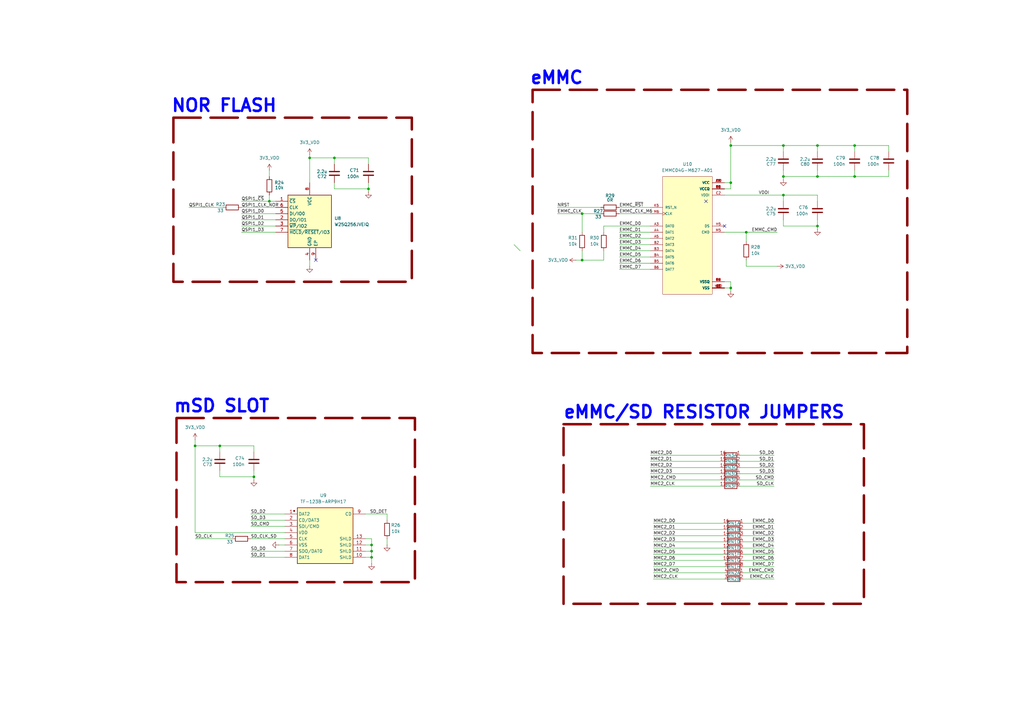
<source format=kicad_sch>
(kicad_sch (version 20250114) (generator "eeschema") (generator_version "9.0")
  (paper "A3")
  (title_block (title "ThingsCore-1") (date "2025-07-17") (rev "1"))
  (lib_symbols
    (symbol "Device:C" (pin_numbers (hide yes)) (pin_names (offset 0.254))
      (property "Reference" "C" (at 0.635 2.54 0))
      (property "Value" "C" (at 0.635 -2.54 0))
      (symbol "C_0_1"
        (polyline (pts (xy -2.032 0.762) (xy 2.032 0.762)) (stroke (width 0.508)))
        (polyline (pts (xy -2.032 -0.762) (xy 2.032 -0.762)) (stroke (width 0.508)))
      )
      (symbol "C_1_1"
        (pin passive line (at 0 3.81 270) (length 2.794) (name "~") (number "1"))
        (pin passive line (at 0 -3.81 90) (length 2.794) (name "~") (number "2"))
      )
    )
    (symbol "Device:R" (pin_numbers (hide yes)) (pin_names (offset 0))
      (property "Reference" "R" (at 2.032 0 90))
      (property "Value" "R" (at 0 0 90))
      (symbol "R_0_1"
        (rectangle (start -1.016 -2.54) (end 1.016 2.54) (stroke (width 0.254)))
      )
      (symbol "R_1_1"
        (pin passive line (at 0 3.81 270) (length 1.27) (name "~") (number "1"))
        (pin passive line (at 0 -3.81 90) (length 1.27) (name "~") (number "2"))
      )
    )
    (symbol "Device:R_Pack02_Split" (pin_names (offset 0) (hide yes))
      (property "Reference" "RN" (at 2.032 0 90))
      (property "Value" "R_Pack02_Split" (at 0 0 90))
      (symbol "R_Pack02_Split_0_1"
        (rectangle (start 1.016 2.54) (end -1.016 -2.54) (stroke (width 0.254)))
      )
      (symbol "R_Pack02_Split_1_1"
        (pin passive line (at 0 3.81 270) (length 1.27) (name "R1.2") (number "4"))
        (pin passive line (at 0 -3.81 90) (length 1.27) (name "R1.1") (number "1"))
      )
      (symbol "R_Pack02_Split_2_1"
        (pin passive line (at 0 3.81 270) (length 1.27) (name "R2.2") (number "3"))
        (pin passive line (at 0 -3.81 90) (length 1.27) (name "R2.1") (number "2"))
      )
    )
    (symbol "Device:R_Pack08_Split" (pin_names (offset 0) (hide yes))
      (property "Reference" "RN" (at 2.032 0 90))
      (property "Value" "R_Pack08_Split" (at 0 0 90))
      (symbol "R_Pack08_Split_0_1"
        (rectangle (start 1.016 2.54) (end -1.016 -2.54) (stroke (width 0.254)))
      )
      (symbol "R_Pack08_Split_1_1"
        (pin passive line (at 0 3.81 270) (length 1.27) (name "R1.2") (number "16"))
        (pin passive line (at 0 -3.81 90) (length 1.27) (name "R1.1") (number "1"))
      )
      (symbol "R_Pack08_Split_2_1"
        (pin passive line (at 0 3.81 270) (length 1.27) (name "R2.2") (number "15"))
        (pin passive line (at 0 -3.81 90) (length 1.27) (name "R2.1") (number "2"))
      )
      (symbol "R_Pack08_Split_3_1"
        (pin passive line (at 0 3.81 270) (length 1.27) (name "R3.2") (number "14"))
        (pin passive line (at 0 -3.81 90) (length 1.27) (name "R3.1") (number "3"))
      )
      (symbol "R_Pack08_Split_4_1"
        (pin passive line (at 0 3.81 270) (length 1.27) (name "R4.2") (number "13"))
        (pin passive line (at 0 -3.81 90) (length 1.27) (name "R4.1") (number "4"))
      )
      (symbol "R_Pack08_Split_5_1"
        (pin passive line (at 0 3.81 270) (length 1.27) (name "R5.2") (number "12"))
        (pin passive line (at 0 -3.81 90) (length 1.27) (name "R5.1") (number "5"))
      )
      (symbol "R_Pack08_Split_6_1"
        (pin passive line (at 0 3.81 270) (length 1.27) (name "R6.2") (number "11"))
        (pin passive line (at 0 -3.81 90) (length 1.27) (name "R6.1") (number "6"))
      )
      (symbol "R_Pack08_Split_7_1"
        (pin passive line (at 0 3.81 270) (length 1.27) (name "R7.2") (number "10"))
        (pin passive line (at 0 -3.81 90) (length 1.27) (name "R7.1") (number "7"))
      )
      (symbol "R_Pack08_Split_8_1"
        (pin passive line (at 0 3.81 270) (length 1.27) (name "R8.2") (number "9"))
        (pin passive line (at 0 -3.81 90) (length 1.27) (name "R8.1") (number "8"))
      )
    )
    (symbol "ThingsCore-1:EMMC04G-M627-A01" (pin_names (offset 1.016))
      (property "Reference" "U" (at -10.1666 25.4165 0))
      (property "Value" "EMMC04G-M627-A01" (at -10.162 -25.405 0))
      (symbol "EMMC04G-M627-A01_0_0"
        (rectangle (start -10.16 -22.86) (end 10.16 25.4) (stroke (width 0.127)) (fill (type background)))
        (pin input line (at -15.24 12.7 0) (length 5.08) (name "RST_N") (number "K5"))
        (pin input clock (at -15.24 10.16 0) (length 5.08) (name "CLK") (number "M6"))
        (pin bidirectional line (at -15.24 5.08 0) (length 5.08) (name "DAT0") (number "A3"))
        (pin bidirectional line (at -15.24 2.54 0) (length 5.08) (name "DAT1") (number "A4"))
        (pin bidirectional line (at -15.24 0 0) (length 5.08) (name "DAT2") (number "A5"))
        (pin bidirectional line (at -15.24 -2.54 0) (length 5.08) (name "DAT3") (number "B2"))
        (pin bidirectional line (at -15.24 -5.08 0) (length 5.08) (name "DAT4") (number "B3"))
        (pin bidirectional line (at -15.24 -7.62 0) (length 5.08) (name "DAT5") (number "B4"))
        (pin bidirectional line (at -15.24 -10.16 0) (length 5.08) (name "DAT6") (number "B5"))
        (pin bidirectional line (at -15.24 -12.7 0) (length 5.08) (name "DAT7") (number "B6"))
        (pin power_in line (at 15.24 22.86 180) (length 5.08) (name "VCC") (number "E6"))
        (pin power_in line (at 15.24 22.86 180) (length 5.08) (name "VCC") (number "F5"))
        (pin power_in line (at 15.24 22.86 180) (length 5.08) (name "VCC") (number "J10"))
        (pin power_in line (at 15.24 22.86 180) (length 5.08) (name "VCC") (number "K9"))
        (pin power_in line (at 15.24 20.32 180) (length 5.08) (name "VCCQ") (number "C6"))
        (pin power_in line (at 15.24 20.32 180) (length 5.08) (name "VCCQ") (number "M4"))
        (pin power_in line (at 15.24 20.32 180) (length 5.08) (name "VCCQ") (number "N4"))
        (pin power_in line (at 15.24 20.32 180) (length 5.08) (name "VCCQ") (number "P3"))
        (pin power_in line (at 15.24 20.32 180) (length 5.08) (name "VCCQ") (number "P5"))
        (pin power_in line (at 15.24 17.78 180) (length 5.08) (name "VDDI") (number "C2"))
        (pin bidirectional line (at 15.24 5.08 180) (length 5.08) (name "DS") (number "H5"))
        (pin bidirectional line (at 15.24 2.54 180) (length 5.08) (name "CMD") (number "M5"))
        (pin power_in line (at 15.24 -17.78 180) (length 5.08) (name "VSSQ") (number "C4"))
        (pin power_in line (at 15.24 -17.78 180) (length 5.08) (name "VSSQ") (number "N2"))
        (pin power_in line (at 15.24 -17.78 180) (length 5.08) (name "VSSQ") (number "N5"))
        (pin power_in line (at 15.24 -17.78 180) (length 5.08) (name "VSSQ") (number "P4"))
        (pin power_in line (at 15.24 -17.78 180) (length 5.08) (name "VSSQ") (number "P6"))
        (pin power_in line (at 15.24 -20.32 180) (length 5.08) (name "VSS") (number "A6"))
        (pin power_in line (at 15.24 -20.32 180) (length 5.08) (name "VSS") (number "E7"))
        (pin power_in line (at 15.24 -20.32 180) (length 5.08) (name "VSS") (number "G5"))
        (pin power_in line (at 15.24 -20.32 180) (length 5.08) (name "VSS") (number "H10"))
        (pin power_in line (at 15.24 -20.32 180) (length 5.08) (name "VSS") (number "J5"))
        (pin power_in line (at 15.24 -20.32 180) (length 5.08) (name "VSS") (number "K8"))
      )
    )
    (symbol "ThingsCore-1:TF-123B-ARP9H17"
      (property "Reference" "U9" (at -0.762 27.94 0))
      (property "Value" "TF-123B-ARP9H17" (at -0.762 25.4 0))
      (symbol "TF-123B-ARP9H17_0_0"
        (circle (center -12.7 21.59) (radius 0.254) (stroke (width 0.254)) (fill (type outline)))
        (pin unspecified line (at -16.51 20.32 0) (length 5.08) (name "DAT2") (number "1"))
        (pin unspecified line (at -16.51 17.78 0) (length 5.08) (name "CD/DAT3") (number "2"))
        (pin unspecified line (at -16.51 12.7 0) (length 5.08) (name "VDD") (number "4"))
        (pin unspecified line (at -16.51 10.16 0) (length 5.08) (name "CLK") (number "5"))
        (pin unspecified line (at -16.51 7.62 0) (length 5.08) (name "VSS") (number "6"))
        (pin unspecified line (at -16.51 2.54 0) (length 5.08) (name "DAT1") (number "8"))
        (pin unspecified line (at 16.51 7.62 180) (length 5.08) (name "SHLD") (number "12"))
        (pin unspecified line (at 16.51 5.08 180) (length 5.08) (name "SHLD") (number "11"))
        (pin unspecified line (at 16.51 2.54 180) (length 5.08) (name "SHLD") (number "10"))
      )
      (symbol "TF-123B-ARP9H17_1_0"
        (rectangle (start -11.43 22.86) (end 11.43 0) (stroke (width 0.254)) (fill (type background)))
        (pin unspecified line (at -16.51 15.24 0) (length 5.08) (name "SDI/CMD") (number "3"))
        (pin unspecified line (at -16.51 5.08 0) (length 5.08) (name "SDO/DAT0") (number "7"))
        (pin unspecified line (at 16.51 20.32 180) (length 5.08) (name "CD") (number "9"))
        (pin unspecified line (at 16.51 10.16 180) (length 5.08) (name "SHLD") (number "13"))
      )
    )
    (symbol "ThingsCore-1:W25Q256JVEIQ"
      (property "Reference" "U" (at 16.51 26.67 0))
      (property "Value" "W25Q256JVEIQ" (at 16.51 24.13 0))
      (symbol "W25Q256JVEIQ_1_1"
        (rectangle (start 0 21.59) (end 17.78 0) (stroke (width 0.254)) (fill (type background)))
        (pin passive line (at -5.08 19.05 0) (length 5.08) (name "~{CS}") (number "1"))
        (pin passive line (at -5.08 16.51 0) (length 5.08) (name "CLK") (number "6"))
        (pin passive line (at -5.08 13.97 0) (length 5.08) (name "DI/IO0") (number "5"))
        (pin passive line (at -5.08 11.43 0) (length 5.08) (name "DO/IO1") (number "2"))
        (pin passive line (at -5.08 8.89 0) (length 5.08) (name "~{WP}/IO2") (number "3"))
        (pin passive line (at -5.08 6.35 0) (length 5.08) (name "~{HOLD}/~{RESET}/IO3") (number "7"))
        (pin passive line (at 8.89 26.67 270) (length 5.08) (name "VCC") (number "8"))
        (pin passive line (at 8.89 -5.08 90) (length 5.08) (name "GND") (number "4"))
        (pin passive line (at 11.43 -5.08 90) (length 5.08) (name "EP") (number "9"))
      )
    )
    (symbol "power:+1V0" (power) (pin_numbers (hide yes)) (pin_names (offset 0) (hide yes))
      (property "Value" "+1V0" (at 0 3.556 0))
      (symbol "+1V0_0_1"
        (polyline (pts (xy -0.762 1.27) (xy 0 2.54)))
        (polyline (pts (xy 0 2.54) (xy 0.762 1.27)))
        (polyline (pts (xy 0 0) (xy 0 2.54)))
      )
      (symbol "+1V0_1_1"
        (pin power_in line (at 0 0 90) (length 0) (name "~") (number "1"))
      )
    )
    (symbol "power:GND" (power) (pin_numbers (hide yes)) (pin_names (offset 0) (hide yes))
      (property "Value" "GND" (at 0 -3.81 0))
      (symbol "GND_0_1"
        (polyline (pts (xy 0 0) (xy 0 -1.27) (xy 1.27 -1.27) (xy 0 -2.54) (xy -1.27 -1.27) (xy 0 -1.27)))
      )
      (symbol "GND_1_1"
        (pin power_in line (at 0 0 270) (length 0) (name "~") (number "1"))
      )
    )
  )
  (rectangle (start 231.14 173.99) (end 354.33 247.65) (stroke (width 1.016) (type dash) (color 132 0 0 1)))
  (rectangle (start 218.44 36.83) (end 372.11 144.78) (stroke (width 1.016) (type dash) (color 132 0 0 1)))
  (rectangle (start 71.12 48.26) (end 168.91 115.57) (stroke (width 1.016) (type dash) (color 132 0 0 1)))
  (rectangle (start 72.39 171.45) (end 170.18 238.76) (stroke (width 1.016) (type dash) (color 132 0 0 1)))
  (text "mSD SLOT" (at 90.932 166.624 0) (effects (font (size 5.08 5.08) (thickness 1.016) (bold yes))))
  (text "NOR FLASH\n" (at 91.948 43.434 0) (effects (font (size 5.08 5.08) (thickness 1.016) (bold yes))))
  (text "eMMC/SD RESISTOR JUMPERS" (at 288.798 169.164 0) (effects (font (size 5.08 5.08) (thickness 1.016) (bold yes))))
  (text "eMMC" (at 228.346 32.004 0) (effects (font (size 5.08 5.08) (thickness 1.016) (bold yes))))
  (junction (at 137.16 64.77))
  (junction (at 299.72 74.93))
  (junction (at 299.72 59.69))
  (junction (at 90.17 182.88))
  (junction (at 151.13 77.47))
  (junction (at 299.72 118.11))
  (junction (at 80.01 182.88))
  (junction (at 350.52 72.39))
  (junction (at 152.4 226.06))
  (junction (at 306.07 95.25))
  (junction (at 238.76 87.63))
  (junction (at 321.31 72.39))
  (junction (at 152.4 223.52))
  (junction (at 110.49 82.55))
  (junction (at 127 64.77))
  (junction (at 321.31 80.01))
  (junction (at 335.28 92.71))
  (junction (at 321.31 59.69))
  (junction (at 238.76 106.68))
  (junction (at 335.28 59.69))
  (junction (at 152.4 228.6))
  (junction (at 350.52 59.69))
  (junction (at 335.28 72.39))
  (junction (at 104.14 195.58))
  (no_connect (at 289.56 82.55))
  (no_connect (at 297.18 92.71))
  (no_connect (at 129.54 106.68))
  (bus_entry (at 210.82 100.33) (size 2.54 2.54))
  (wire (pts (xy 335.28 80.01) (xy 335.28 82.55)))
  (wire (pts (xy 317.5 232.41) (xy 304.8 232.41)))
  (wire (pts (xy 152.4 223.52) (xy 152.4 226.06)))
  (wire (pts (xy 149.86 220.98) (xy 152.4 220.98)))
  (wire (pts (xy 317.5 229.87) (xy 304.8 229.87)))
  (wire (pts (xy 247.65 92.71) (xy 247.65 95.25)))
  (wire (pts (xy 99.06 82.55) (xy 110.49 82.55)))
  (wire (pts (xy 317.5 219.71) (xy 304.8 219.71)))
  (wire (pts (xy 90.17 195.58) (xy 104.14 195.58)))
  (wire (pts (xy 102.87 215.9) (xy 116.84 215.9)))
  (wire (pts (xy 127 106.68) (xy 127 109.22)))
  (wire (pts (xy 317.5 191.77) (xy 303.53 191.77)))
  (wire (pts (xy 267.97 237.49) (xy 297.18 237.49)))
  (wire (pts (xy 99.06 90.17) (xy 113.03 90.17)))
  (wire (pts (xy 110.49 69.85) (xy 110.49 72.39)))
  (wire (pts (xy 335.28 72.39) (xy 350.52 72.39)))
  (wire (pts (xy 304.8 234.95) (xy 317.5 234.95)))
  (wire (pts (xy 254 87.63) (xy 266.7 87.63)))
  (wire (pts (xy 317.5 199.39) (xy 303.53 199.39)))
  (wire (pts (xy 152.4 220.98) (xy 152.4 223.52)))
  (wire (pts (xy 267.97 224.79) (xy 297.18 224.79)))
  (wire (pts (xy 238.76 102.87) (xy 238.76 106.68)))
  (wire (pts (xy 152.4 226.06) (xy 152.4 228.6)))
  (wire (pts (xy 254 97.79) (xy 266.7 97.79)))
  (wire (pts (xy 306.07 95.25) (xy 306.07 99.06)))
  (wire (pts (xy 266.7 199.39) (xy 295.91 199.39)))
  (wire (pts (xy 80.01 182.88) (xy 90.17 182.88)))
  (wire (pts (xy 317.5 214.63) (xy 304.8 214.63)))
  (wire (pts (xy 266.7 196.85) (xy 295.91 196.85)))
  (wire (pts (xy 127 64.77) (xy 127 74.93)))
  (wire (pts (xy 317.5 222.25) (xy 304.8 222.25)))
  (wire (pts (xy 299.72 74.93) (xy 299.72 59.69)))
  (wire (pts (xy 110.49 82.55) (xy 113.03 82.55)))
  (wire (pts (xy 99.06 87.63) (xy 113.03 87.63)))
  (wire (pts (xy 266.7 194.31) (xy 295.91 194.31)))
  (wire (pts (xy 99.06 92.71) (xy 113.03 92.71)))
  (wire (pts (xy 304.8 237.49) (xy 317.5 237.49)))
  (wire (pts (xy 254 102.87) (xy 266.7 102.87)))
  (wire (pts (xy 364.49 72.39) (xy 350.52 72.39)))
  (wire (pts (xy 321.31 92.71) (xy 335.28 92.71)))
  (wire (pts (xy 137.16 77.47) (xy 151.13 77.47)))
  (wire (pts (xy 350.52 59.69) (xy 350.52 62.23)))
  (wire (pts (xy 321.31 72.39) (xy 335.28 72.39)))
  (wire (pts (xy 321.31 90.17) (xy 321.31 92.71)))
  (wire (pts (xy 80.01 180.34) (xy 80.01 182.88)))
  (wire (pts (xy 102.87 213.36) (xy 116.84 213.36)))
  (wire (pts (xy 266.7 191.77) (xy 295.91 191.77)))
  (wire (pts (xy 238.76 87.63) (xy 238.76 95.25)))
  (wire (pts (xy 247.65 106.68) (xy 238.76 106.68)))
  (wire (pts (xy 321.31 69.85) (xy 321.31 72.39)))
  (wire (pts (xy 350.52 69.85) (xy 350.52 72.39)))
  (wire (pts (xy 254 100.33) (xy 266.7 100.33)))
  (wire (pts (xy 90.17 182.88) (xy 104.14 182.88)))
  (wire (pts (xy 238.76 87.63) (xy 246.38 87.63)))
  (wire (pts (xy 317.5 186.69) (xy 303.53 186.69)))
  (wire (pts (xy 102.87 226.06) (xy 116.84 226.06)))
  (wire (pts (xy 317.5 227.33) (xy 304.8 227.33)))
  (wire (pts (xy 317.5 189.23) (xy 303.53 189.23)))
  (wire (pts (xy 90.17 193.04) (xy 90.17 195.58)))
  (wire (pts (xy 267.97 217.17) (xy 297.18 217.17)))
  (wire (pts (xy 321.31 80.01) (xy 335.28 80.01)))
  (wire (pts (xy 299.72 58.42) (xy 299.72 59.69)))
  (wire (pts (xy 321.31 59.69) (xy 335.28 59.69)))
  (wire (pts (xy 266.7 189.23) (xy 295.91 189.23)))
  (wire (pts (xy 297.18 95.25) (xy 306.07 95.25)))
  (wire (pts (xy 335.28 59.69) (xy 335.28 62.23)))
  (wire (pts (xy 297.18 118.11) (xy 299.72 118.11)))
  (wire (pts (xy 267.97 219.71) (xy 297.18 219.71)))
  (wire (pts (xy 321.31 59.69) (xy 321.31 62.23)))
  (wire (pts (xy 299.72 118.11) (xy 299.72 119.38)))
  (wire (pts (xy 80.01 220.98) (xy 95.25 220.98)))
  (wire (pts (xy 317.5 194.31) (xy 303.53 194.31)))
  (wire (pts (xy 127 63.5) (xy 127 64.77)))
  (wire (pts (xy 335.28 69.85) (xy 335.28 72.39)))
  (wire (pts (xy 350.52 59.69) (xy 364.49 59.69)))
  (wire (pts (xy 266.7 186.69) (xy 295.91 186.69)))
  (wire (pts (xy 267.97 214.63) (xy 297.18 214.63)))
  (wire (pts (xy 364.49 59.69) (xy 364.49 62.23)))
  (wire (pts (xy 127 64.77) (xy 137.16 64.77)))
  (wire (pts (xy 267.97 222.25) (xy 297.18 222.25)))
  (wire (pts (xy 102.87 220.98) (xy 116.84 220.98)))
  (wire (pts (xy 306.07 106.68) (xy 306.07 109.22)))
  (wire (pts (xy 149.86 226.06) (xy 152.4 226.06)))
  (wire (pts (xy 104.14 193.04) (xy 104.14 195.58)))
  (wire (pts (xy 317.5 224.79) (xy 304.8 224.79)))
  (wire (pts (xy 102.87 228.6) (xy 116.84 228.6)))
  (wire (pts (xy 267.97 229.87) (xy 297.18 229.87)))
  (wire (pts (xy 306.07 95.25) (xy 318.77 95.25)))
  (wire (pts (xy 102.87 210.82) (xy 116.84 210.82)))
  (wire (pts (xy 317.5 196.85) (xy 303.53 196.85)))
  (wire (pts (xy 137.16 64.77) (xy 137.16 67.31)))
  (wire (pts (xy 299.72 59.69) (xy 321.31 59.69)))
  (wire (pts (xy 335.28 59.69) (xy 350.52 59.69)))
  (wire (pts (xy 238.76 106.68) (xy 236.22 106.68)))
  (wire (pts (xy 90.17 182.88) (xy 90.17 185.42)))
  (wire (pts (xy 158.75 210.82) (xy 158.75 213.36)))
  (wire (pts (xy 297.18 80.01) (xy 321.31 80.01)))
  (wire (pts (xy 321.31 73.66) (xy 321.31 72.39)))
  (wire (pts (xy 137.16 64.77) (xy 151.13 64.77)))
  (wire (pts (xy 254 95.25) (xy 266.7 95.25)))
  (wire (pts (xy 151.13 64.77) (xy 151.13 67.31)))
  (wire (pts (xy 80.01 218.44) (xy 116.84 218.44)))
  (wire (pts (xy 149.86 223.52) (xy 152.4 223.52)))
  (wire (pts (xy 254 105.41) (xy 266.7 105.41)))
  (wire (pts (xy 247.65 92.71) (xy 266.7 92.71)))
  (wire (pts (xy 158.75 220.98) (xy 158.75 223.52)))
  (wire (pts (xy 321.31 80.01) (xy 321.31 82.55)))
  (wire (pts (xy 228.6 85.09) (xy 246.38 85.09)))
  (wire (pts (xy 99.06 95.25) (xy 113.03 95.25)))
  (wire (pts (xy 317.5 217.17) (xy 304.8 217.17)))
  (wire (pts (xy 299.72 77.47) (xy 299.72 74.93)))
  (wire (pts (xy 152.4 228.6) (xy 152.4 231.14)))
  (wire (pts (xy 80.01 182.88) (xy 80.01 218.44)))
  (wire (pts (xy 151.13 78.74) (xy 151.13 77.47)))
  (wire (pts (xy 297.18 77.47) (xy 299.72 77.47)))
  (wire (pts (xy 151.13 74.93) (xy 151.13 77.47)))
  (wire (pts (xy 267.97 232.41) (xy 297.18 232.41)))
  (wire (pts (xy 137.16 74.93) (xy 137.16 77.47)))
  (wire (pts (xy 299.72 118.11) (xy 299.72 115.57)))
  (wire (pts (xy 297.18 115.57) (xy 299.72 115.57)))
  (wire (pts (xy 247.65 102.87) (xy 247.65 106.68)))
  (wire (pts (xy 254 110.49) (xy 266.7 110.49)))
  (wire (pts (xy 335.28 90.17) (xy 335.28 92.71)))
  (wire (pts (xy 254 85.09) (xy 266.7 85.09)))
  (wire (pts (xy 99.06 85.09) (xy 113.03 85.09)))
  (wire (pts (xy 149.86 228.6) (xy 152.4 228.6)))
  (wire (pts (xy 335.28 93.98) (xy 335.28 92.71)))
  (wire (pts (xy 254 107.95) (xy 266.7 107.95)))
  (wire (pts (xy 267.97 234.95) (xy 297.18 234.95)))
  (wire (pts (xy 149.86 210.82) (xy 158.75 210.82)))
  (wire (pts (xy 306.07 109.22) (xy 318.77 109.22)))
  (wire (pts (xy 104.14 182.88) (xy 104.14 185.42)))
  (wire (pts (xy 267.97 227.33) (xy 297.18 227.33)))
  (wire (pts (xy 114.3 223.52) (xy 116.84 223.52)))
  (wire (pts (xy 364.49 69.85) (xy 364.49 72.39)))
  (wire (pts (xy 104.14 196.85) (xy 104.14 195.58)))
  (wire (pts (xy 228.6 87.63) (xy 238.76 87.63)))
  (wire (pts (xy 110.49 80.01) (xy 110.49 82.55)))
  (wire (pts (xy 297.18 74.93) (xy 299.72 74.93)))
  (wire (pts (xy 77.47 85.09) (xy 91.44 85.09)))
  (label "QSPI1_CLK" (at 77.47 85.09 0))
  (label "EMMC_D7" (at 254 110.49 0))
  (label "SD_D2" (at 102.87 210.82 0))
  (label "EMMC_D4" (at 317.5 224.79 180))
  (label "SD_D3" (at 317.5 194.31 180))
  (label "SD_D0" (at 317.5 186.69 180))
  (label "SD_D0" (at 102.87 226.06 0))
  (label "SD_CLK" (at 80.01 220.98 0))
  (label "SD_D1" (at 317.5 189.23 180))
  (label "QSPI1_~{CS}" (at 99.06 82.55 0))
  (label "QSPI1_D2" (at 99.06 92.71 0))
  (label "EMMC_CLK" (at 228.6 87.63 0))
  (label "SD_CMD" (at 317.5 196.85 180))
  (label "MMC2_D3" (at 267.97 222.25 0))
  (label "EMMC_D1" (at 254 95.25 0))
  (label "EMMC_D0" (at 317.5 214.63 180))
  (label "EMMC_CLK" (at 317.5 237.49 180))
  (label "MMC2_D0" (at 267.97 214.63 0))
  (label "SD_DET" (at 158.75 210.82 180))
  (label "QSPI1_D1" (at 99.06 90.17 0))
  (label "MMC2_D4" (at 267.97 224.79 0))
  (label "EMMC_~{RST}" (at 254 85.09 0))
  (label "MMC2_D7" (at 267.97 232.41 0))
  (label "MMC2_D0" (at 266.7 186.69 0))
  (label "QSPI1_D0" (at 99.06 87.63 0))
  (label "MMC2_D2" (at 267.97 219.71 0))
  (label "MMC2_CMD" (at 266.7 196.85 0))
  (label "NRST" (at 228.6 85.09 0))
  (label "EMMC_D5" (at 254 105.41 0))
  (label "MMC2_CMD" (at 267.97 234.95 0))
  (label "EMMC_CMD" (at 318.77 95.25 180))
  (label "SD_D2" (at 317.5 191.77 180))
  (label "MMC2_CLK" (at 266.7 199.39 0))
  (label "MMC2_D6" (at 267.97 229.87 0))
  (label "EMMC_D6" (at 254 107.95 0))
  (label "QSPI1_D3" (at 99.06 95.25 0))
  (label "SD_CLK_SD" (at 102.87 220.98 0))
  (label "EMMC_D1" (at 317.5 217.17 180))
  (label "SD_D3" (at 102.87 213.36 0))
  (label "EMMC_D3" (at 254 100.33 0))
  (label "EMMC_CLK_M6" (at 254 87.63 0))
  (label "QSPI1_CLK_NOR" (at 99.06 85.09 0))
  (label "EMMC_D2" (at 317.5 219.71 180))
  (label "EMMC_D2" (at 254 97.79 0))
  (label "MMC2_D5" (at 267.97 227.33 0))
  (label "VDDI" (at 311.15 80.01 0))
  (label "EMMC_D0" (at 254 92.71 0))
  (label "EMMC_D3" (at 317.5 222.25 180))
  (label "MMC2_CLK" (at 267.97 237.49 0))
  (label "EMMC_D7" (at 317.5 232.41 180))
  (label "EMMC_D4" (at 254 102.87 0))
  (label "SD_CMD" (at 102.87 215.9 0))
  (label "EMMC_D5" (at 317.5 227.33 180))
  (label "EMMC_CMD" (at 317.5 234.95 180))
  (label "MMC2_D3" (at 266.7 194.31 0))
  (label "MMC2_D2" (at 266.7 191.77 0))
  (label "MMC2_D1" (at 266.7 189.23 0))
  (label "MMC2_D1" (at 267.97 217.17 0))
  (label "SD_CLK" (at 317.5 199.39 180))
  (label "EMMC_D6" (at 317.5 229.87 180))
  (label "SD_D1" (at 102.87 228.6 0))
  (symbol (lib_id "power:+1V0") (at 236.22 106.68 90) (unit 1)
    (property "Reference" "#PWR089" (effects (hide yes)))
    (property "Value" "3V3_VDD" (at 228.854 106.68 90))
    (property "Description" "Power symbol creates a global label with name \"+1V0\"" (effects (hide yes)))
  )
  (symbol (lib_id "Device:R_Pack08_Split") (at 299.72 191.77 90) (unit 3)
    (property "Reference" "RN3" (at 299.72 191.77 90))
    (property "Value" "R_Pack08_Split" (effects (hide yes)))
    (property "Footprint" "ThingsCore-1:RESCAXS50P400X160X55-16N" (effects (hide yes)))
    (property "Description" "8 resistor network, parallel topology, split" (effects (hide yes)))
  )
  (symbol (lib_id "Device:C") (at 364.49 66.04 0) (mirror x) (unit 1)
    (property "Reference" "C78" (at 360.68 64.7699 0) (effects (justify right)))
    (property "Value" "100n" (at 360.68 67.3099 0) (effects (justify right)))
    (property "Footprint" "Capacitor_SMD:C_0402_1005Metric" (effects (hide yes)))
    (property "Description" "Unpolarized capacitor" (effects (hide yes)))
  )
  (symbol (lib_id "power:+1V0") (at 299.72 58.42 0) (mirror y) (unit 1)
    (property "Reference" "#PWR087" (effects (hide yes)))
    (property "Value" "3V3_VDD" (at 299.72 53.34 0))
    (property "Description" "Power symbol creates a global label with name \"+1V0\"" (effects (hide yes)))
  )
  (symbol (lib_id "power:GND") (at 335.28 93.98 0) (unit 1)
    (property "Reference" "#PWR085" (effects (hide yes)))
    (property "Value" "GND" (effects (hide yes)))
    (property "Description" "Power symbol creates a global label with name \"GND\" , ground" (effects (hide yes)))
  )
  (symbol (lib_id "power:GND") (at 321.31 73.66 0) (unit 1)
    (property "Reference" "#PWR086" (effects (hide yes)))
    (property "Value" "GND" (effects (hide yes)))
    (property "Description" "Power symbol creates a global label with name \"GND\" , ground" (effects (hide yes)))
  )
  (symbol (lib_id "Device:C") (at 335.28 66.04 0) (unit 1)
    (property "Reference" "C80" (at 330.2 67.31 0))
    (property "Value" "2.2u" (at 330.2 65.278 0))
    (property "Footprint" "Capacitor_SMD:C_0402_1005Metric" (effects (hide yes)))
    (property "Description" "Unpolarized capacitor" (effects (hide yes)))
  )
  (symbol (lib_id "power:+1V0") (at 127 63.5 0) (unit 1)
    (property "Reference" "#PWR075" (effects (hide yes)))
    (property "Value" "3V3_VDD" (at 127 58.42 0))
    (property "Description" "Power symbol creates a global label with name \"+1V0\"" (effects (hide yes)))
  )
  (symbol (lib_id "Device:R_Pack02_Split") (at 300.99 234.95 90) (unit 1)
    (property "Reference" "RN2" (at 300.99 234.95 90))
    (property "Value" "R_Pack02_Split" (effects (hide yes)))
    (property "Footprint" "Resistor_SMD:R_Array_Convex_2x0402" (effects (hide yes)))
    (property "Description" "2 resistor network, parallel topology, split" (effects (hide yes)))
  )
  (symbol (lib_id "power:GND") (at 158.75 223.52 0) (unit 1)
    (property "Reference" "#PWR083" (effects (hide yes)))
    (property "Value" "GND" (effects (hide yes)))
    (property "Description" "Power symbol creates a global label with name \"GND\" , ground" (effects (hide yes)))
  )
  (symbol (lib_id "Device:R_Pack08_Split") (at 300.99 217.17 90) (unit 2)
    (property "Reference" "RN1" (at 300.99 217.17 90))
    (property "Value" "R_Pack08_Split" (effects (hide yes)))
    (property "Footprint" "ThingsCore-1:RESCAXS50P400X160X55-16N" (effects (hide yes)))
    (property "Description" "8 resistor network, parallel topology, split" (effects (hide yes)))
  )
  (symbol (lib_id "Device:R_Pack08_Split") (at 299.72 189.23 90) (unit 2)
    (property "Reference" "RN3" (at 299.72 189.23 90))
    (property "Value" "R_Pack08_Split" (effects (hide yes)))
    (property "Footprint" "ThingsCore-1:RESCAXS50P400X160X55-16N" (effects (hide yes)))
    (property "Description" "8 resistor network, parallel topology, split" (effects (hide yes)))
  )
  (symbol (lib_id "power:GND") (at 104.14 196.85 0) (unit 1)
    (property "Reference" "#PWR082" (effects (hide yes)))
    (property "Value" "GND" (effects (hide yes)))
    (property "Description" "Power symbol creates a global label with name \"GND\" , ground" (effects (hide yes)))
  )
  (symbol (lib_id "Device:R") (at 250.19 85.09 90) (unit 1)
    (property "Reference" "R29" (at 250.19 80.264 90))
    (property "Value" "0R" (at 250.19 82.042 90))
    (property "Footprint" "Resistor_SMD:R_0402_1005Metric" (effects (hide yes)))
    (property "Description" "Resistor" (effects (hide yes)))
  )
  (symbol (lib_id "power:GND") (at 114.3 223.52 270) (unit 1)
    (property "Reference" "#PWR080" (effects (hide yes)))
    (property "Value" "GND" (effects (hide yes)))
    (property "Description" "Power symbol creates a global label with name \"GND\" , ground" (effects (hide yes)))
  )
  (symbol (lib_id "ThingsCore-1:EMMC04G-M627-A01") (at 281.94 97.79 0) (unit 1)
    (property "Reference" "U10" (at 281.94 67.31 0))
    (property "Value" "EMMC04G-M627-A01" (at 281.94 69.85 0))
    (property "Footprint" "ThingsCore-1:BGA153C50P14X14_1300X1150X100" (effects (hide yes)))
  )
  (symbol (lib_id "Device:R_Pack08_Split") (at 299.72 186.69 90) (unit 1)
    (property "Reference" "RN3" (at 299.72 186.69 90))
    (property "Value" "R_Pack08_Split" (effects (hide yes)))
    (property "Footprint" "ThingsCore-1:RESCAXS50P400X160X55-16N" (effects (hide yes)))
    (property "Description" "8 resistor network, parallel topology, split" (effects (hide yes)))
  )
  (symbol (lib_id "Device:C") (at 335.28 86.36 0) (mirror x) (unit 1)
    (property "Reference" "C76" (at 331.47 85.0899 0) (effects (justify right)))
    (property "Value" "100n" (at 331.47 87.6299 0) (effects (justify right)))
    (property "Footprint" "Capacitor_SMD:C_0402_1005Metric" (effects (hide yes)))
    (property "Description" "Unpolarized capacitor" (effects (hide yes)))
  )
  (symbol (lib_id "Device:R_Pack08_Split") (at 300.99 227.33 90) (unit 6)
    (property "Reference" "RN1" (at 300.99 227.33 90))
    (property "Value" "R_Pack08_Split" (effects (hide yes)))
    (property "Footprint" "ThingsCore-1:RESCAXS50P400X160X55-16N" (effects (hide yes)))
    (property "Description" "8 resistor network, parallel topology, split" (effects (hide yes)))
  )
  (symbol (lib_id "power:GND") (at 127 109.22 0) (unit 1)
    (property "Reference" "#PWR077" (effects (hide yes)))
    (property "Value" "GND" (effects (hide yes)))
    (property "Description" "Power symbol creates a global label with name \"GND\" , ground" (effects (hide yes)))
  )
  (symbol (lib_id "Device:R") (at 238.76 99.06 0) (mirror y) (unit 1)
    (property "Reference" "R31" (at 234.95 97.536 0))
    (property "Value" "10k" (at 234.95 100.076 0))
    (property "Footprint" "Resistor_SMD:R_0402_1005Metric" (effects (hide yes)))
    (property "Description" "Resistor" (effects (hide yes)))
  )
  (symbol (lib_id "Device:C") (at 321.31 66.04 0) (unit 1)
    (property "Reference" "C77" (at 316.23 67.31 0))
    (property "Value" "2.2u" (at 316.23 65.278 0))
    (property "Footprint" "Capacitor_SMD:C_0402_1005Metric" (effects (hide yes)))
    (property "Description" "Unpolarized capacitor" (effects (hide yes)))
  )
  (symbol (lib_id "power:GND") (at 299.72 119.38 0) (unit 1)
    (property "Reference" "#PWR084" (effects (hide yes)))
    (property "Value" "GND" (effects (hide yes)))
    (property "Description" "Power symbol creates a global label with name \"GND\" , ground" (effects (hide yes)))
  )
  (symbol (lib_id "Device:R_Pack08_Split") (at 300.99 232.41 90) (unit 8)
    (property "Reference" "RN1" (at 300.99 232.41 90))
    (property "Value" "R_Pack08_Split" (effects (hide yes)))
    (property "Footprint" "ThingsCore-1:RESCAXS50P400X160X55-16N" (effects (hide yes)))
    (property "Description" "8 resistor network, parallel topology, split" (effects (hide yes)))
  )
  (symbol (lib_id "Device:C") (at 321.31 86.36 0) (unit 1)
    (property "Reference" "C75" (at 316.23 87.63 0))
    (property "Value" "2.2u" (at 316.23 85.598 0))
    (property "Footprint" "Capacitor_SMD:C_0402_1005Metric" (effects (hide yes)))
    (property "Description" "Unpolarized capacitor" (effects (hide yes)))
  )
  (symbol (lib_id "Device:R") (at 250.19 87.63 90) (unit 1)
    (property "Reference" "R27" (at 245.364 86.614 90))
    (property "Value" "33" (at 245.364 88.9 90))
    (property "Footprint" "Resistor_SMD:R_0402_1005Metric" (effects (hide yes)))
    (property "Description" "Resistor" (effects (hide yes)))
  )
  (symbol (lib_id "Device:C") (at 90.17 189.23 0) (unit 1)
    (property "Reference" "C73" (at 85.09 190.5 0))
    (property "Value" "2.2u" (at 85.09 188.468 0))
    (property "Footprint" "Capacitor_SMD:C_0402_1005Metric" (effects (hide yes)))
    (property "Description" "Unpolarized capacitor" (effects (hide yes)))
  )
  (symbol (lib_id "Device:R_Pack08_Split") (at 300.99 222.25 90) (unit 4)
    (property "Reference" "RN1" (at 300.99 222.25 90))
    (property "Value" "R_Pack08_Split" (effects (hide yes)))
    (property "Footprint" "ThingsCore-1:RESCAXS50P400X160X55-16N" (effects (hide yes)))
    (property "Description" "8 resistor network, parallel topology, split" (effects (hide yes)))
  )
  (symbol (lib_id "Device:R_Pack08_Split") (at 300.99 224.79 90) (unit 5)
    (property "Reference" "RN1" (at 300.99 224.79 90))
    (property "Value" "R_Pack08_Split" (effects (hide yes)))
    (property "Footprint" "ThingsCore-1:RESCAXS50P400X160X55-16N" (effects (hide yes)))
    (property "Description" "8 resistor network, parallel topology, split" (effects (hide yes)))
  )
  (symbol (lib_id "Device:C") (at 104.14 189.23 0) (mirror x) (unit 1)
    (property "Reference" "C74" (at 100.33 187.9599 0) (effects (justify right)))
    (property "Value" "100n" (at 100.33 190.4999 0) (effects (justify right)))
    (property "Footprint" "Capacitor_SMD:C_0402_1005Metric" (effects (hide yes)))
    (property "Description" "Unpolarized capacitor" (effects (hide yes)))
  )
  (symbol (lib_id "Device:R") (at 95.25 85.09 90) (unit 1)
    (property "Reference" "R23" (at 90.424 83.82 90))
    (property "Value" "33" (at 90.424 86.36 90))
    (property "Footprint" "Resistor_SMD:R_0402_1005Metric" (effects (hide yes)))
    (property "Description" "Resistor" (effects (hide yes)))
  )
  (symbol (lib_id "Device:R") (at 158.75 217.17 180) (unit 1)
    (property "Reference" "R26" (at 162.306 215.392 0))
    (property "Value" "10k" (at 162.306 217.932 0))
    (property "Footprint" "Resistor_SMD:R_0402_1005Metric" (effects (hide yes)))
    (property "Description" "Resistor" (effects (hide yes)))
  )
  (symbol (lib_id "Device:R_Pack08_Split") (at 299.72 199.39 90) (unit 6)
    (property "Reference" "RN3" (at 299.72 199.39 90))
    (property "Value" "R_Pack08_Split" (effects (hide yes)))
    (property "Footprint" "ThingsCore-1:RESCAXS50P400X160X55-16N" (effects (hide yes)))
    (property "Description" "8 resistor network, parallel topology, split" (effects (hide yes)))
  )
  (symbol (lib_id "Device:R_Pack02_Split") (at 300.99 237.49 90) (unit 2)
    (property "Reference" "RN2" (at 300.99 237.49 90))
    (property "Value" "R_Pack02_Split" (effects (hide yes)))
    (property "Footprint" "Resistor_SMD:R_Array_Convex_2x0402" (effects (hide yes)))
    (property "Description" "2 resistor network, parallel topology, split" (effects (hide yes)))
  )
  (symbol (lib_id "Device:R") (at 306.07 102.87 0) (unit 1)
    (property "Reference" "R28" (at 309.88 101.346 0))
    (property "Value" "10k" (at 309.88 103.886 0))
    (property "Footprint" "Resistor_SMD:R_0402_1005Metric" (effects (hide yes)))
    (property "Description" "Resistor" (effects (hide yes)))
  )
  (symbol (lib_id "Device:R_Pack08_Split") (at 299.72 194.31 90) (unit 4)
    (property "Reference" "RN3" (at 299.72 194.31 90))
    (property "Value" "R_Pack08_Split" (effects (hide yes)))
    (property "Footprint" "ThingsCore-1:RESCAXS50P400X160X55-16N" (effects (hide yes)))
    (property "Description" "8 resistor network, parallel topology, split" (effects (hide yes)))
  )
  (symbol (lib_id "Device:R_Pack08_Split") (at 299.72 196.85 90) (unit 5)
    (property "Reference" "RN3" (at 299.72 196.85 90))
    (property "Value" "R_Pack08_Split" (effects (hide yes)))
    (property "Footprint" "ThingsCore-1:RESCAXS50P400X160X55-16N" (effects (hide yes)))
    (property "Description" "8 resistor network, parallel topology, split" (effects (hide yes)))
  )
  (symbol (lib_id "Device:R_Pack08_Split") (at 300.99 219.71 90) (unit 3)
    (property "Reference" "RN1" (at 300.99 219.71 90))
    (property "Value" "R_Pack08_Split" (effects (hide yes)))
    (property "Footprint" "ThingsCore-1:RESCAXS50P400X160X55-16N" (effects (hide yes)))
    (property "Description" "8 resistor network, parallel topology, split" (effects (hide yes)))
  )
  (symbol (lib_id "power:+1V0") (at 80.01 180.34 0) (unit 1)
    (property "Reference" "#PWR081" (effects (hide yes)))
    (property "Value" "3V3_VDD" (at 80.01 175.26 0))
    (property "Description" "Power symbol creates a global label with name \"+1V0\"" (effects (hide yes)))
  )
  (symbol (lib_id "power:+1V0") (at 110.49 69.85 0) (unit 1)
    (property "Reference" "#PWR078" (effects (hide yes)))
    (property "Value" "3V3_VDD" (at 110.49 64.77 0))
    (property "Description" "Power symbol creates a global label with name \"+1V0\"" (effects (hide yes)))
  )
  (symbol (lib_id "Device:C") (at 151.13 71.12 0) (mirror x) (unit 1)
    (property "Reference" "C71" (at 147.32 69.8499 0) (effects (justify right)))
    (property "Value" "100n" (at 147.32 72.3899 0) (effects (justify right)))
    (property "Footprint" "Capacitor_SMD:C_0402_1005Metric" (effects (hide yes)))
    (property "Description" "Unpolarized capacitor" (effects (hide yes)))
  )
  (symbol (lib_id "power:+1V0") (at 318.77 109.22 270) (mirror x) (unit 1)
    (property "Reference" "#PWR088" (effects (hide yes)))
    (property "Value" "3V3_VDD" (at 326.136 109.22 90))
    (property "Description" "Power symbol creates a global label with name \"+1V0\"" (effects (hide yes)))
  )
  (symbol (lib_id "ThingsCore-1:TF-123B-ARP9H17") (at 133.35 231.14 0) (unit 1)
    (property "Reference" "U9" (at 132.588 203.2 0))
    (property "Value" "TF-123B-ARP9H17" (at 132.588 205.74 0))
    (property "Footprint" "ThingsCore-1:TF-SMD_TF-123-ARP9H15" (effects (hide yes)))
  )
  (symbol (lib_id "Device:R") (at 247.65 99.06 0) (mirror y) (unit 1)
    (property "Reference" "R30" (at 243.84 97.536 0))
    (property "Value" "10k" (at 243.84 100.076 0))
    (property "Footprint" "Resistor_SMD:R_0402_1005Metric" (effects (hide yes)))
    (property "Description" "Resistor" (effects (hide yes)))
  )
  (symbol (lib_id "Device:C") (at 137.16 71.12 0) (unit 1)
    (property "Reference" "C72" (at 132.08 72.39 0))
    (property "Value" "2.2u" (at 132.08 70.358 0))
    (property "Footprint" "Capacitor_SMD:C_0402_1005Metric" (effects (hide yes)))
    (property "Description" "Unpolarized capacitor" (effects (hide yes)))
  )
  (symbol (lib_id "power:GND") (at 152.4 231.14 0) (unit 1)
    (property "Reference" "#PWR079" (effects (hide yes)))
    (property "Value" "GND" (effects (hide yes)))
    (property "Description" "Power symbol creates a global label with name \"GND\" , ground" (effects (hide yes)))
  )
  (symbol (lib_id "power:GND") (at 151.13 78.74 0) (unit 1)
    (property "Reference" "#PWR076" (effects (hide yes)))
    (property "Value" "GND" (effects (hide yes)))
    (property "Description" "Power symbol creates a global label with name \"GND\" , ground" (effects (hide yes)))
  )
  (symbol (lib_id "ThingsCore-1:W25Q256JVEIQ") (at 118.11 101.6 0) (unit 1)
    (property "Reference" "U8" (at 137.16 89.5349 0) (effects (justify left)))
    (property "Value" "W25Q256JVEIQ" (at 137.16 92.0749 0) (effects (justify left)))
    (property "Footprint" "ThingsCore-1:SON127P800X600X80-9N-D" (effects (hide yes)))
    (property "Datasheet" "https://www.winbond.com/hq/search-resource-file.jsp?partNo=W25Q256JVEIQ&type=datasheet" (effects (hide yes)))
    (property "Description" "256M-bit Serial Flash Memory with uniform 4KB sectors and Dual/Quad SPI" (effects (hide yes)))
    (property "Height" "0.8" (effects (hide yes)))
    (property "Manufacturer_Name" "Winbond" (effects (hide yes)))
    (property "Manufacturer_Part_Number" "W25Q256JVEIQ" (effects (hide yes)))
    (property "Mouser Part Number" "454-W25Q256JVEIQ" (effects (hide yes)))
    (property "Mouser Price/Stock" "https://www.mouser.co.uk/ProductDetail/Winbond/W25Q256JVEIQ?qs=qSfuJ%252Bfl%2Fd4o%2FNFUf7yCgA%3D%3D" (effects (hide yes)))
    (property "Arrow Part Number" "W25Q256JVEIQ" (effects (hide yes)))
    (property "Arrow Price/Stock" "https://www.arrow.com/en/products/w25q256jveiq/winbond-electronics?utm_currency=USD&region=nac" (effects (hide yes)))
  )
  (symbol (lib_id "Device:R_Pack08_Split") (at 300.99 229.87 90) (unit 7)
    (property "Reference" "RN1" (at 300.99 229.87 90))
    (property "Value" "R_Pack08_Split" (effects (hide yes)))
    (property "Footprint" "ThingsCore-1:RESCAXS50P400X160X55-16N" (effects (hide yes)))
    (property "Description" "8 resistor network, parallel topology, split" (effects (hide yes)))
  )
  (symbol (lib_id "Device:R") (at 99.06 220.98 90) (unit 1)
    (property "Reference" "R25" (at 94.234 219.71 90))
    (property "Value" "33" (at 94.234 222.25 90))
    (property "Footprint" "Resistor_SMD:R_0402_1005Metric" (effects (hide yes)))
    (property "Description" "Resistor" (effects (hide yes)))
  )
  (symbol (lib_id "Device:R_Pack08_Split") (at 300.99 214.63 90) (unit 1)
    (property "Reference" "RN1" (at 300.99 214.63 90))
    (property "Value" "R_Pack08_Split" (effects (hide yes)))
    (property "Footprint" "ThingsCore-1:RESCAXS50P400X160X55-16N" (effects (hide yes)))
    (property "Description" "8 resistor network, parallel topology, split" (effects (hide yes)))
  )
  (symbol (lib_id "Device:C") (at 350.52 66.04 0) (mirror x) (unit 1)
    (property "Reference" "C79" (at 346.71 64.7699 0) (effects (justify right)))
    (property "Value" "100n" (at 346.71 67.3099 0) (effects (justify right)))
    (property "Footprint" "Capacitor_SMD:C_0402_1005Metric" (effects (hide yes)))
    (property "Description" "Unpolarized capacitor" (effects (hide yes)))
  )
  (symbol (lib_id "Device:R") (at 110.49 76.2 180) (unit 1)
    (property "Reference" "R24" (at 114.554 74.93 0))
    (property "Value" "10k" (at 114.554 76.962 0))
    (property "Footprint" "Resistor_SMD:R_0402_1005Metric" (effects (hide yes)))
    (property "Description" "Resistor" (effects (hide yes)))
  )
)
</source>
